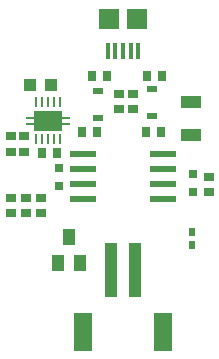
<source format=gtp>
G75*
%MOIN*%
%OFA0B0*%
%FSLAX24Y24*%
%IPPOS*%
%LPD*%
%AMOC8*
5,1,8,0,0,1.08239X$1,22.5*
%
%ADD10R,0.0870X0.0240*%
%ADD11R,0.0157X0.0551*%
%ADD12R,0.0709X0.0709*%
%ADD13R,0.0709X0.0394*%
%ADD14R,0.0315X0.0315*%
%ADD15R,0.0110X0.0335*%
%ADD16R,0.0945X0.0650*%
%ADD17R,0.0276X0.0110*%
%ADD18R,0.0327X0.0248*%
%ADD19R,0.0394X0.0551*%
%ADD20R,0.0236X0.0315*%
%ADD21R,0.0433X0.0394*%
%ADD22R,0.0276X0.0354*%
%ADD23R,0.0354X0.0276*%
%ADD24R,0.0394X0.1811*%
%ADD25R,0.0630X0.1260*%
D10*
X004830Y005400D03*
X004830Y005900D03*
X004830Y006400D03*
X004830Y006900D03*
X007480Y006900D03*
X007480Y006400D03*
X007480Y005900D03*
X007480Y005400D03*
D11*
X006662Y010357D03*
X006406Y010357D03*
X006150Y010357D03*
X005894Y010357D03*
X005638Y010357D03*
D12*
X005697Y011400D03*
X006603Y011400D03*
D13*
X008425Y008651D03*
X008425Y007549D03*
D14*
X008475Y006245D03*
X008475Y005655D03*
X004000Y005855D03*
X004000Y006445D03*
D15*
X004044Y007415D03*
X003847Y007415D03*
X003650Y007415D03*
X003453Y007415D03*
X003256Y007415D03*
X003256Y008635D03*
X003453Y008635D03*
X003650Y008635D03*
X003847Y008635D03*
X004044Y008635D03*
D16*
X003650Y008025D03*
D17*
X003040Y007927D03*
X003040Y008123D03*
X004260Y008123D03*
X004260Y007927D03*
D18*
X005325Y008122D03*
X005325Y009028D03*
X007125Y009078D03*
X007125Y008172D03*
D19*
X003976Y003267D03*
X004724Y003267D03*
X004350Y004133D03*
D20*
X008450Y004317D03*
X008450Y003883D03*
D21*
X003735Y009225D03*
X003065Y009225D03*
D22*
X004769Y007650D03*
X005281Y007650D03*
X003956Y006950D03*
X003444Y006950D03*
X005119Y009525D03*
X005631Y009525D03*
X006944Y009500D03*
X007456Y009500D03*
X007431Y007650D03*
X006919Y007650D03*
D23*
X006488Y008419D03*
X006013Y008419D03*
X006013Y008931D03*
X006488Y008931D03*
X009000Y006156D03*
X009000Y005644D03*
X003400Y005456D03*
X002900Y005456D03*
X002400Y005456D03*
X002400Y004944D03*
X002900Y004944D03*
X003400Y004944D03*
X002850Y006994D03*
X002400Y006994D03*
X002400Y007506D03*
X002850Y007506D03*
D24*
X005756Y003044D03*
X006544Y003044D03*
D25*
X007489Y000997D03*
X004811Y000997D03*
M02*

</source>
